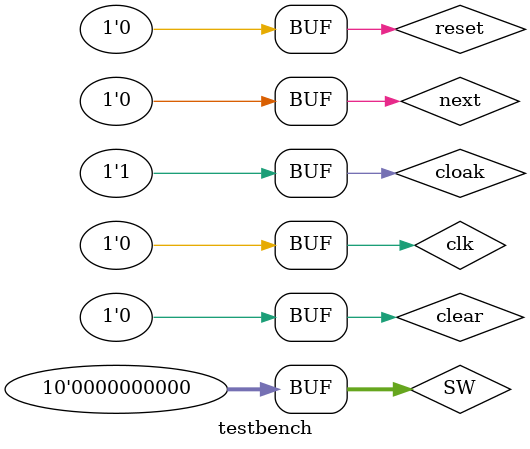
<source format=v>
`timescale 1ns / 1ps


module testbench();

    reg next;
    reg clk;
    reg reset;
    reg cloak;
    wire [15:0] discu;
    reg [9:0] SW;
    wire [6:0] C;
    wire [7:0] AN;
    reg clear;
    
    
    parameter period=5;
    
    //instantiate device to be tested
    top dut(next,clk, reset,cloak, discu,SW,C,AN,clear);
    
    initial
    SW<=10'b0;
    
    initial
    next<=0;
    
    initial begin
    clear<=0;
    #10597;
    clear<=1;
    #10;
    clear<=0;
    end
    
    //initialize test
    initial begin
    reset<=1;
    #22;
    reset<=0;
    #10575;
    reset<=1;
    #10;
    reset<=0;
    end
    
    initial
    cloak<=1;
    
    //generate clock to sequence tests
    always begin
    clk<=1;
    #period;
    clk<=0;
    #period;
    end
    
    //check results
//    always@(negedge clk)
//    begin
//        if(memwrite)
//        begin
//            if(dataadr===84 & writedata===7)
//            begin
//                $display("Simulation succeeded");
//                $stop;
//            end
//            else if(dataadr!==80)
//            begin
//                $display("Simulation failed");
//                $stop;
//            end
//        end
//    end          

endmodule

</source>
